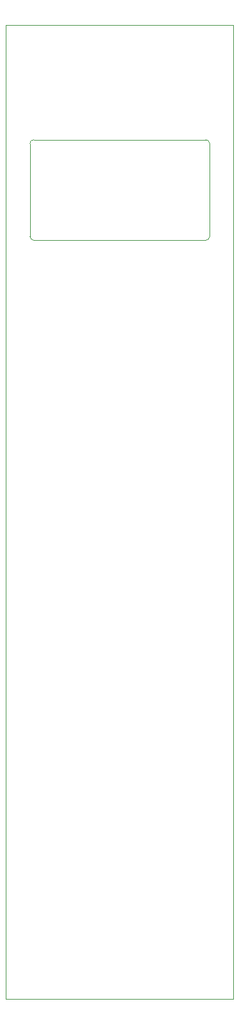
<source format=gm1>
G04 #@! TF.GenerationSoftware,KiCad,Pcbnew,8.0.5*
G04 #@! TF.CreationDate,2024-11-11T16:09:23-05:00*
G04 #@! TF.ProjectId,kicad_frontpanel,6b696361-645f-4667-926f-6e7470616e65,rev?*
G04 #@! TF.SameCoordinates,Original*
G04 #@! TF.FileFunction,Profile,NP*
%FSLAX46Y46*%
G04 Gerber Fmt 4.6, Leading zero omitted, Abs format (unit mm)*
G04 Created by KiCad (PCBNEW 8.0.5) date 2024-11-11 16:09:23*
%MOMM*%
%LPD*%
G01*
G04 APERTURE LIST*
G04 #@! TA.AperFunction,Profile*
%ADD10C,0.100000*%
G04 #@! TD*
G04 APERTURE END LIST*
D10*
X46400000Y-38400000D02*
X23650000Y-38400000D01*
X23650000Y-25150000D02*
X46400000Y-25150000D01*
X20000000Y-10000000D02*
X50000000Y-10000000D01*
X50000000Y-138500000D01*
X20000000Y-138500000D01*
X20000000Y-10000000D01*
X23150000Y-25650000D02*
G75*
G02*
X23650000Y-25150000I500000J0D01*
G01*
X46900000Y-37900000D02*
G75*
G02*
X46400000Y-38400000I-500000J0D01*
G01*
X46900000Y-25650000D02*
X46900000Y-37900000D01*
X23150000Y-37900000D02*
X23150000Y-25650000D01*
X23650000Y-38400000D02*
G75*
G02*
X23150000Y-37900000I0J500000D01*
G01*
X46400000Y-25150000D02*
G75*
G02*
X46900000Y-25650000I0J-500000D01*
G01*
M02*

</source>
